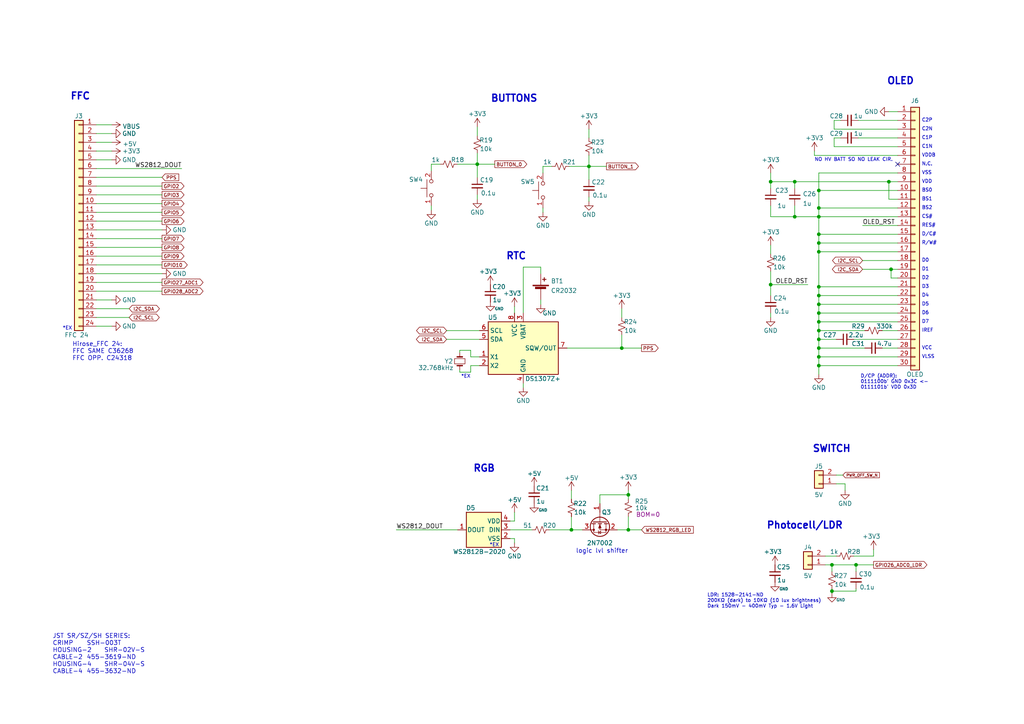
<source format=kicad_sch>
(kicad_sch (version 20211123) (generator eeschema)
  (paper "A4")
  (title_block (title "CONNS & PERIPHERALS"))
  (lib_symbols
    (symbol "Connector_Generic:Conn_01x02" (pin_names (offset 1.016) hide)
      (property "Reference" "J" (at 0 2.54 0))
      (property "Value" "Conn_01x02" (at 0 -5.08 0))
      (symbol "Conn_01x02_1_1"
        (rectangle (start -1.27 -2.413) (end 0 -2.667) (stroke (width 0.1524)))
        (rectangle (start -1.27 0.127) (end 0 -0.127) (stroke (width 0.1524)))
        (rectangle (start -1.27 1.27) (end 1.27 -3.81) (stroke (width 0.254)) (fill (type background)))
        (pin passive line (at -5.08 0 0) (length 3.81) (name "Pin_1") (number "1"))
        (pin passive line (at -5.08 -2.54 0) (length 3.81) (name "Pin_2") (number "2"))
      )
    )
    (symbol "Connector_Generic:Conn_01x24" (pin_names (offset 1.016) hide)
      (property "Reference" "J" (at 0 30.48 0))
      (property "Value" "Conn_01x24" (at 0 -33.02 0))
      (symbol "Conn_01x24_1_1"
        (rectangle (start -1.27 -30.353) (end 0 -30.607) (stroke (width 0.1524)))
        (rectangle (start -1.27 -27.813) (end 0 -28.067) (stroke (width 0.1524)))
        (rectangle (start -1.27 -25.273) (end 0 -25.527) (stroke (width 0.1524)))
        (rectangle (start -1.27 -22.733) (end 0 -22.987) (stroke (width 0.1524)))
        (rectangle (start -1.27 -20.193) (end 0 -20.447) (stroke (width 0.1524)))
        (rectangle (start -1.27 -17.653) (end 0 -17.907) (stroke (width 0.1524)))
        (rectangle (start -1.27 -15.113) (end 0 -15.367) (stroke (width 0.1524)))
        (rectangle (start -1.27 -12.573) (end 0 -12.827) (stroke (width 0.1524)))
        (rectangle (start -1.27 -10.033) (end 0 -10.287) (stroke (width 0.1524)))
        (rectangle (start -1.27 -7.493) (end 0 -7.747) (stroke (width 0.1524)))
        (rectangle (start -1.27 -4.953) (end 0 -5.207) (stroke (width 0.1524)))
        (rectangle (start -1.27 -2.413) (end 0 -2.667) (stroke (width 0.1524)))
        (rectangle (start -1.27 0.127) (end 0 -0.127) (stroke (width 0.1524)))
        (rectangle (start -1.27 2.667) (end 0 2.413) (stroke (width 0.1524)))
        (rectangle (start -1.27 5.207) (end 0 4.953) (stroke (width 0.1524)))
        (rectangle (start -1.27 7.747) (end 0 7.493) (stroke (width 0.1524)))
        (rectangle (start -1.27 10.287) (end 0 10.033) (stroke (width 0.1524)))
        (rectangle (start -1.27 12.827) (end 0 12.573) (stroke (width 0.1524)))
        (rectangle (start -1.27 15.367) (end 0 15.113) (stroke (width 0.1524)))
        (rectangle (start -1.27 17.907) (end 0 17.653) (stroke (width 0.1524)))
        (rectangle (start -1.27 20.447) (end 0 20.193) (stroke (width 0.1524)))
        (rectangle (start -1.27 22.987) (end 0 22.733) (stroke (width 0.1524)))
        (rectangle (start -1.27 25.527) (end 0 25.273) (stroke (width 0.1524)))
        (rectangle (start -1.27 28.067) (end 0 27.813) (stroke (width 0.1524)))
        (rectangle (start -1.27 29.21) (end 1.27 -31.75) (stroke (width 0.254)) (fill (type background)))
        (pin passive line (at -5.08 27.94 0) (length 3.81) (name "Pin_1") (number "1"))
        (pin passive line (at -5.08 5.08 0) (length 3.81) (name "Pin_10") (number "10"))
        (pin passive line (at -5.08 2.54 0) (length 3.81) (name "Pin_11") (number "11"))
        (pin passive line (at -5.08 0 0) (length 3.81) (name "Pin_12") (number "12"))
        (pin passive line (at -5.08 -2.54 0) (length 3.81) (name "Pin_13") (number "13"))
        (pin passive line (at -5.08 -5.08 0) (length 3.81) (name "Pin_14") (number "14"))
        (pin passive line (at -5.08 -7.62 0) (length 3.81) (name "Pin_15") (number "15"))
        (pin passive line (at -5.08 -10.16 0) (length 3.81) (name "Pin_16") (number "16"))
        (pin passive line (at -5.08 -12.7 0) (length 3.81) (name "Pin_17") (number "17"))
        (pin passive line (at -5.08 -15.24 0) (length 3.81) (name "Pin_18") (number "18"))
        (pin passive line (at -5.08 -17.78 0) (length 3.81) (name "Pin_19") (number "19"))
        (pin passive line (at -5.08 25.4 0) (length 3.81) (name "Pin_2") (number "2"))
        (pin passive line (at -5.08 -20.32 0) (length 3.81) (name "Pin_20") (number "20"))
        (pin passive line (at -5.08 -22.86 0) (length 3.81) (name "Pin_21") (number "21"))
        (pin passive line (at -5.08 -25.4 0) (length 3.81) (name "Pin_22") (number "22"))
        (pin passive line (at -5.08 -27.94 0) (length 3.81) (name "Pin_23") (number "23"))
        (pin passive line (at -5.08 -30.48 0) (length 3.81) (name "Pin_24") (number "24"))
        (pin passive line (at -5.08 22.86 0) (length 3.81) (name "Pin_3") (number "3"))
        (pin passive line (at -5.08 20.32 0) (length 3.81) (name "Pin_4") (number "4"))
        (pin passive line (at -5.08 17.78 0) (length 3.81) (name "Pin_5") (number "5"))
        (pin passive line (at -5.08 15.24 0) (length 3.81) (name "Pin_6") (number "6"))
        (pin passive line (at -5.08 12.7 0) (length 3.81) (name "Pin_7") (number "7"))
        (pin passive line (at -5.08 10.16 0) (length 3.81) (name "Pin_8") (number "8"))
        (pin passive line (at -5.08 7.62 0) (length 3.81) (name "Pin_9") (number "9"))
      )
    )
    (symbol "Connector_Generic:Conn_01x30" (pin_names (offset 1.016) hide)
      (property "Reference" "J" (at 0 38.1 0))
      (property "Value" "Conn_01x30" (at 0 -40.64 0))
      (symbol "Conn_01x30_1_1"
        (rectangle (start -1.27 -37.973) (end 0 -38.227) (stroke (width 0.1524)))
        (rectangle (start -1.27 -35.433) (end 0 -35.687) (stroke (width 0.1524)))
        (rectangle (start -1.27 -32.893) (end 0 -33.147) (stroke (width 0.1524)))
        (rectangle (start -1.27 -30.353) (end 0 -30.607) (stroke (width 0.1524)))
        (rectangle (start -1.27 -27.813) (end 0 -28.067) (stroke (width 0.1524)))
        (rectangle (start -1.27 -25.273) (end 0 -25.527) (stroke (width 0.1524)))
        (rectangle (start -1.27 -22.733) (end 0 -22.987) (stroke (width 0.1524)))
        (rectangle (start -1.27 -20.193) (end 0 -20.447) (stroke (width 0.1524)))
        (rectangle (start -1.27 -17.653) (end 0 -17.907) (stroke (width 0.1524)))
        (rectangle (start -1.27 -15.113) (end 0 -15.367) (stroke (width 0.1524)))
        (rectangle (start -1.27 -12.573) (end 0 -12.827) (stroke (width 0.1524)))
        (rectangle (start -1.27 -10.033) (end 0 -10.287) (stroke (width 0.1524)))
        (rectangle (start -1.27 -7.493) (end 0 -7.747) (stroke (width 0.1524)))
        (rectangle (start -1.27 -4.953) (end 0 -5.207) (stroke (width 0.1524)))
        (rectangle (start -1.27 -2.413) (end 0 -2.667) (stroke (width 0.1524)))
        (rectangle (start -1.27 0.127) (end 0 -0.127) (stroke (width 0.1524)))
        (rectangle (start -1.27 2.667) (end 0 2.413) (stroke (width 0.1524)))
        (rectangle (start -1.27 5.207) (end 0 4.953) (stroke (width 0.1524)))
        (rectangle (start -1.27 7.747) (end 0 7.493) (stroke (width 0.1524)))
        (rectangle (start -1.27 10.287) (end 0 10.033) (stroke (width 0.1524)))
        (rectangle (start -1.27 12.827) (end 0 12.573) (stroke (width 0.1524)))
        (rectangle (start -1.27 15.367) (end 0 15.113) (stroke (width 0.1524)))
        (rectangle (start -1.27 17.907) (end 0 17.653) (stroke (width 0.1524)))
        (rectangle (start -1.27 20.447) (end 0 20.193) (stroke (width 0.1524)))
        (rectangle (start -1.27 22.987) (end 0 22.733) (stroke (width 0.1524)))
        (rectangle (start -1.27 25.527) (end 0 25.273) (stroke (width 0.1524)))
        (rectangle (start -1.27 28.067) (end 0 27.813) (stroke (width 0.1524)))
        (rectangle (start -1.27 30.607) (end 0 30.353) (stroke (width 0.1524)))
        (rectangle (start -1.27 33.147) (end 0 32.893) (stroke (width 0.1524)))
        (rectangle (start -1.27 35.687) (end 0 35.433) (stroke (width 0.1524)))
        (rectangle (start -1.27 36.83) (end 1.27 -39.37) (stroke (width 0.254)) (fill (type background)))
        (pin passive line (at -5.08 35.56 0) (length 3.81) (name "Pin_1") (number "1"))
        (pin passive line (at -5.08 12.7 0) (length 3.81) (name "Pin_10") (number "10"))
        (pin passive line (at -5.08 10.16 0) (length 3.81) (name "Pin_11") (number "11"))
        (pin passive line (at -5.08 7.62 0) (length 3.81) (name "Pin_12") (number "12"))
        (pin passive line (at -5.08 5.08 0) (length 3.81) (name "Pin_13") (number "13"))
        (pin passive line (at -5.08 2.54 0) (length 3.81) (name "Pin_14") (number "14"))
        (pin passive line (at -5.08 0 0) (length 3.81) (name "Pin_15") (number "15"))
        (pin passive line (at -5.08 -2.54 0) (length 3.81) (name "Pin_16") (number "16"))
        (pin passive line (at -5.08 -5.08 0) (length 3.81) (name "Pin_17") (number "17"))
        (pin passive line (at -5.08 -7.62 0) (length 3.81) (name "Pin_18") (number "18"))
        (pin passive line (at -5.08 -10.16 0) (length 3.81) (name "Pin_19") (number "19"))
        (pin passive line (at -5.08 33.02 0) (length 3.81) (name "Pin_2") (number "2"))
        (pin passive line (at -5.08 -12.7 0) (length 3.81) (name "Pin_20") (number "20"))
        (pin passive line (at -5.08 -15.24 0) (length 3.81) (name "Pin_21") (number "21"))
        (pin passive line (at -5.08 -17.78 0) (length 3.81) (name "Pin_22") (number "22"))
        (pin passive line (at -5.08 -20.32 0) (length 3.81) (name "Pin_23") (number "23"))
        (pin passive line (at -5.08 -22.86 0) (length 3.81) (name "Pin_24") (number "24"))
        (pin passive line (at -5.08 -25.4 0) (length 3.81) (name "Pin_25") (number "25"))
        (pin passive line (at -5.08 -27.94 0) (length 3.81) (name "Pin_26") (number "26"))
        (pin passive line (at -5.08 -30.48 0) (length 3.81) (name "Pin_27") (number "27"))
        (pin passive line (at -5.08 -33.02 0) (length 3.81) (name "Pin_28") (number "28"))
        (pin passive line (at -5.08 -35.56 0) (length 3.81) (name "Pin_29") (number "29"))
        (pin passive line (at -5.08 30.48 0) (length 3.81) (name "Pin_3") (number "3"))
        (pin passive line (at -5.08 -38.1 0) (length 3.81) (name "Pin_30") (number "30"))
        (pin passive line (at -5.08 27.94 0) (length 3.81) (name "Pin_4") (number "4"))
        (pin passive line (at -5.08 25.4 0) (length 3.81) (name "Pin_5") (number "5"))
        (pin passive line (at -5.08 22.86 0) (length 3.81) (name "Pin_6") (number "6"))
        (pin passive line (at -5.08 20.32 0) (length 3.81) (name "Pin_7") (number "7"))
        (pin passive line (at -5.08 17.78 0) (length 3.81) (name "Pin_8") (number "8"))
        (pin passive line (at -5.08 15.24 0) (length 3.81) (name "Pin_9") (number "9"))
      )
    )
    (symbol "Device:Battery_Cell" (pin_numbers hide) (pin_names (offset 0) hide)
      (property "Reference" "BT" (at 2.54 2.54 0))
      (property "Value" "Battery_Cell" (at 2.54 0 0))
      (symbol "Battery_Cell_0_1"
        (rectangle (start -2.286 1.778) (end 2.286 1.524) (fill (type outline)))
        (rectangle (start -1.5748 1.1938) (end 1.4732 0.6858) (fill (type outline)))
        (polyline (pts (xy 0 0.762) (xy 0 0)))
        (polyline (pts (xy 0 1.778) (xy 0 2.54)))
        (polyline (pts (xy 0.508 3.429) (xy 1.524 3.429)) (stroke (width 0.254)))
        (polyline (pts (xy 1.016 3.937) (xy 1.016 2.921)) (stroke (width 0.254)))
      )
      (symbol "Battery_Cell_1_1"
        (pin passive line (at 0 5.08 270) (length 2.54) (name "+") (number "1"))
        (pin passive line (at 0 -2.54 90) (length 2.54) (name "-") (number "2"))
      )
    )
    (symbol "Device:C_Small" (pin_numbers hide) (pin_names (offset 0.254) hide)
      (property "Reference" "C" (at 0.254 1.778 0))
      (property "Value" "C_Small" (at 0.254 -2.032 0))
      (symbol "C_Small_0_1"
        (polyline (pts (xy -1.524 -0.508) (xy 1.524 -0.508)) (stroke (width 0.3302)))
        (polyline (pts (xy -1.524 0.508) (xy 1.524 0.508)) (stroke (width 0.3048)))
      )
      (symbol "C_Small_1_1"
        (pin passive line (at 0 2.54 270) (length 2.032) (name "~") (number "1"))
        (pin passive line (at 0 -2.54 90) (length 2.032) (name "~") (number "2"))
      )
    )
    (symbol "Device:Crystal_Small" (pin_numbers hide) (pin_names (offset 1.016) hide)
      (property "Reference" "Y" (at 0 2.54 0))
      (property "Value" "Crystal_Small" (at 0 -2.54 0))
      (symbol "Crystal_Small_0_1"
        (rectangle (start -0.762 -1.524) (end 0.762 1.524))
        (polyline (pts (xy -1.27 -0.762) (xy -1.27 0.762)) (stroke (width 0.381)))
        (polyline (pts (xy 1.27 -0.762) (xy 1.27 0.762)) (stroke (width 0.381)))
      )
      (symbol "Crystal_Small_1_1"
        (pin passive line (at -2.54 0 0) (length 1.27) (name "1") (number "1"))
        (pin passive line (at 2.54 0 180) (length 1.27) (name "2") (number "2"))
      )
    )
    (symbol "Device:R_Small_US" (pin_numbers hide) (pin_names (offset 0.254) hide)
      (property "Reference" "R" (at 0.762 0.508 0))
      (property "Value" "R_Small_US" (at 0.762 -1.016 0))
      (symbol "R_Small_US_1_1"
        (polyline (pts (xy 0 0) (xy 1.016 -0.381) (xy 0 -0.762) (xy -1.016 -1.143) (xy 0 -1.524)))
        (polyline (pts (xy 0 1.524) (xy 1.016 1.143) (xy 0 0.762) (xy -1.016 0.381) (xy 0 0)))
        (pin passive line (at 0 2.54 270) (length 1.016) (name "~") (number "1"))
        (pin passive line (at 0 -2.54 90) (length 1.016) (name "~") (number "2"))
      )
    )
    (symbol "LED_Extra:WS2812B-2020" (pin_names (offset 0.254))
      (property "Reference" "D" (at 5.08 5.715 0))
      (property "Value" "WS2812B-2020" (at 1.27 -5.715 0))
      (symbol "WS2812B-2020_0_1"
        (rectangle (start -5.08 5.08) (end 5.08 -5.08) (stroke (width 0.254)) (fill (type background)))
      )
      (symbol "WS2812B-2020_1_1"
        (pin output line (at 7.62 0 180) (length 2.54) (name "DOUT") (number "1"))
        (pin power_in line (at -7.62 -2.54 0) (length 2.54) (name "VSS") (number "2"))
        (pin input line (at -7.62 0 0) (length 2.54) (name "DIN") (number "3"))
        (pin power_in line (at -7.62 2.54 0) (length 2.54) (name "VDD") (number "4"))
      )
    )
    (symbol "Switch:SW_Push" (pin_names (offset 1.016) hide)
      (property "Reference" "SW" (at 1.27 2.54 0))
      (property "Value" "SW_Push" (at 0 -1.524 0))
      (symbol "SW_Push_0_1"
        (circle (center -2.032 0) (radius 0.508))
        (polyline (pts (xy 0 1.27) (xy 0 3.048)))
        (polyline (pts (xy 2.54 1.27) (xy -2.54 1.27)))
        (circle (center 2.032 0) (radius 0.508))
        (pin passive line (at -5.08 0 0) (length 2.54) (name "1") (number "1"))
        (pin passive line (at 5.08 0 180) (length 2.54) (name "2") (number "2"))
      )
    )
    (symbol "Timer_RTC:DS1307Z+"
      (property "Reference" "U" (at -8.89 8.89 0))
      (property "Value" "DS1307Z+" (at 1.27 8.89 0))
      (symbol "DS1307Z+_0_1"
        (rectangle (start -10.16 7.62) (end 10.16 -7.62) (stroke (width 0.254)) (fill (type background)))
      )
      (symbol "DS1307Z+_1_1"
        (pin input line (at -12.7 -2.54 0) (length 2.54) (name "X1") (number "1"))
        (pin input line (at -12.7 -5.08 0) (length 2.54) (name "X2") (number "2"))
        (pin power_in line (at 0 10.16 270) (length 2.54) (name "VBAT") (number "3"))
        (pin power_in line (at 0 -10.16 90) (length 2.54) (name "GND") (number "4"))
        (pin bidirectional line (at -12.7 2.54 0) (length 2.54) (name "SDA") (number "5"))
        (pin input line (at -12.7 5.08 0) (length 2.54) (name "SCL") (number "6"))
        (pin open_collector line (at 12.7 0 180) (length 2.54) (name "SQW/OUT") (number "7"))
        (pin power_in line (at -2.54 10.16 270) (length 2.54) (name "VCC") (number "8"))
      )
    )
    (symbol "Transistor_FET:2N7002" (pin_names hide)
      (property "Reference" "Q" (at 5.08 1.905 0))
      (property "Value" "2N7002" (at 5.08 0 0))
      (symbol "2N7002_0_1"
        (polyline (pts (xy 0.254 0) (xy -2.54 0)))
        (polyline (pts (xy 0.254 1.905) (xy 0.254 -1.905)) (stroke (width 0.254)))
        (polyline (pts (xy 0.762 -1.27) (xy 0.762 -2.286)) (stroke (width 0.254)))
        (polyline (pts (xy 0.762 0.508) (xy 0.762 -0.508)) (stroke (width 0.254)))
        (polyline (pts (xy 0.762 2.286) (xy 0.762 1.27)) (stroke (width 0.254)))
        (polyline (pts (xy 2.54 2.54) (xy 2.54 1.778)))
        (polyline (pts (xy 2.54 -2.54) (xy 2.54 0) (xy 0.762 0)))
        (polyline (pts (xy 0.762 -1.778) (xy 3.302 -1.778) (xy 3.302 1.778) (xy 0.762 1.778)))
        (polyline (pts (xy 1.016 0) (xy 2.032 0.381) (xy 2.032 -0.381) (xy 1.016 0)) (fill (type outline)))
        (polyline (pts (xy 2.794 0.508) (xy 2.921 0.381) (xy 3.683 0.381) (xy 3.81 0.254)))
        (polyline (pts (xy 3.302 0.381) (xy 2.921 -0.254) (xy 3.683 -0.254) (xy 3.302 0.381)))
        (circle (center 1.651 0) (radius 2.794) (stroke (width 0.254)))
        (circle (center 2.54 -1.778) (radius 0.254) (fill (type outline)))
        (circle (center 2.54 1.778) (radius 0.254) (fill (type outline)))
      )
      (symbol "2N7002_1_1"
        (pin input line (at -5.08 0 0) (length 2.54) (name "G") (number "1"))
        (pin passive line (at 2.54 -5.08 90) (length 2.54) (name "S") (number "2"))
        (pin passive line (at 2.54 5.08 270) (length 2.54) (name "D") (number "3"))
      )
    )
    (symbol "power:+3V3" (power) (pin_names (offset 0))
      (property "Value" "+3V3" (at 0 3.556 0))
      (symbol "+3V3_0_1"
        (polyline (pts (xy -0.762 1.27) (xy 0 2.54)))
        (polyline (pts (xy 0 0) (xy 0 2.54)))
        (polyline (pts (xy 0 2.54) (xy 0.762 1.27)))
      )
      (symbol "+3V3_1_1"
        (pin power_in line (at 0 0 90) (length 0) hide (name "+3V3") (number "1"))
      )
    )
    (symbol "power:+5V" (power) (pin_names (offset 0))
      (property "Value" "+5V" (at 0 3.556 0))
      (symbol "+5V_0_1"
        (polyline (pts (xy -0.762 1.27) (xy 0 2.54)))
        (polyline (pts (xy 0 0) (xy 0 2.54)))
        (polyline (pts (xy 0 2.54) (xy 0.762 1.27)))
      )
      (symbol "+5V_1_1"
        (pin power_in line (at 0 0 90) (length 0) hide (name "+5V") (number "1"))
      )
    )
    (symbol "power:GND" (power) (pin_names (offset 0))
      (property "Value" "GND" (at 0 -3.81 0))
      (symbol "GND_0_1"
        (polyline (pts (xy 0 0) (xy 0 -1.27) (xy 1.27 -1.27) (xy 0 -2.54) (xy -1.27 -1.27) (xy 0 -1.27)))
      )
      (symbol "GND_1_1"
        (pin power_in line (at 0 0 270) (length 0) hide (name "GND") (number "1"))
      )
    )
    (symbol "power:VBUS" (power) (pin_names (offset 0))
      (property "Value" "VBUS" (at 0 3.81 0))
      (symbol "VBUS_0_1"
        (polyline (pts (xy -0.762 1.27) (xy 0 2.54)))
        (polyline (pts (xy 0 0) (xy 0 2.54)))
        (polyline (pts (xy 0 2.54) (xy 0.762 1.27)))
      )
      (symbol "VBUS_1_1"
        (pin power_in line (at 0 0 90) (length 0) hide (name "VBUS") (number "1"))
      )
    )
  )
  (junction (at 237.49 103.505))
  (junction (at 237.49 98.425))
  (junction (at 237.49 90.805))
  (junction (at 248.285 163.83))
  (junction (at 223.52 52.705))
  (junction (at 182.245 143.51))
  (junction (at 237.49 95.885))
  (junction (at 237.49 73.025))
  (junction (at 257.81 52.705))
  (junction (at 165.735 153.67))
  (junction (at 237.49 62.865))
  (junction (at 230.505 52.705))
  (junction (at 237.49 100.965))
  (junction (at 237.49 93.345))
  (junction (at 237.49 60.325))
  (junction (at 237.49 83.185))
  (junction (at 241.3 163.83))
  (junction (at 237.49 88.265))
  (junction (at 180.34 100.965))
  (junction (at 237.49 55.245))
  (junction (at 237.49 67.945))
  (junction (at 237.49 85.725))
  (junction (at 258.445 78.105))
  (junction (at 237.49 106.045))
  (junction (at 241.3 171.45))
  (junction (at 223.52 82.55))
  (junction (at 237.49 70.485))
  (junction (at 138.43 47.625))
  (junction (at 170.815 48.26))
  (junction (at 182.245 153.67))
  (junction (at 230.505 62.865))
  (no_connect (at 260.35 47.625))
  (wire (pts (xy 132.715 153.67) (xy 114.935 153.67)))
  (wire (pts (xy 257.81 32.385) (xy 260.35 32.385)))
  (wire (pts (xy 237.49 70.485) (xy 260.35 70.485)))
  (wire (pts (xy 27.94 76.835) (xy 46.99 76.835)))
  (wire (pts (xy 223.52 50.165) (xy 223.52 52.705)))
  (wire (pts (xy 132.715 47.625) (xy 138.43 47.625)))
  (wire (pts (xy 27.94 79.375) (xy 46.99 79.375)))
  (wire (pts (xy 237.49 106.045) (xy 260.35 106.045)))
  (wire (pts (xy 27.94 84.455) (xy 46.99 84.455)))
  (wire (pts (xy 165.735 149.86) (xy 165.735 153.67)))
  (wire (pts (xy 170.815 45.085) (xy 170.815 48.26)))
  (wire (pts (xy 250.19 75.565) (xy 260.35 75.565)))
  (wire (pts (xy 237.49 93.345) (xy 260.35 93.345)))
  (wire (pts (xy 151.765 90.805) (xy 151.765 77.47)))
  (wire (pts (xy 237.49 60.325) (xy 237.49 62.865)))
  (wire (pts (xy 223.52 52.705) (xy 223.52 54.61)))
  (wire (pts (xy 247.65 98.425) (xy 260.35 98.425)))
  (wire (pts (xy 157.48 50.165) (xy 157.48 48.26)))
  (wire (pts (xy 27.94 56.515) (xy 46.99 56.515)))
  (wire (pts (xy 257.81 52.705) (xy 260.35 52.705)))
  (wire (pts (xy 37.465 89.535) (xy 27.94 89.535)))
  (wire (pts (xy 237.49 90.805) (xy 260.35 90.805)))
  (wire (pts (xy 32.385 86.995) (xy 27.94 86.995)))
  (wire (pts (xy 237.49 106.045) (xy 237.49 108.585)))
  (wire (pts (xy 260.35 57.785) (xy 257.81 57.785)))
  (wire (pts (xy 230.505 52.705) (xy 230.505 54.61)))
  (wire (pts (xy 237.49 55.245) (xy 237.49 60.325)))
  (wire (pts (xy 180.34 100.965) (xy 186.055 100.965)))
  (wire (pts (xy 147.955 153.67) (xy 154.305 153.67)))
  (wire (pts (xy 250.19 78.105) (xy 258.445 78.105)))
  (wire (pts (xy 237.49 83.185) (xy 260.35 83.185)))
  (wire (pts (xy 27.94 71.755) (xy 46.99 71.755)))
  (wire (pts (xy 27.94 48.895) (xy 52.705 48.895)))
  (wire (pts (xy 149.225 148.59) (xy 149.225 151.13)))
  (wire (pts (xy 237.49 88.265) (xy 237.49 90.805)))
  (wire (pts (xy 168.91 153.67) (xy 165.735 153.67)))
  (wire (pts (xy 165.735 142.24) (xy 165.735 144.78)))
  (wire (pts (xy 241.935 37.465) (xy 241.935 34.925)))
  (wire (pts (xy 32.385 36.195) (xy 27.94 36.195)))
  (wire (pts (xy 170.815 48.26) (xy 170.815 52.07)))
  (wire (pts (xy 125.095 60.96) (xy 125.095 59.69)))
  (wire (pts (xy 37.465 92.075) (xy 27.94 92.075)))
  (wire (pts (xy 138.43 36.83) (xy 138.43 39.37)))
  (wire (pts (xy 237.49 95.885) (xy 237.49 98.425)))
  (wire (pts (xy 255.905 100.965) (xy 260.35 100.965)))
  (wire (pts (xy 164.465 100.965) (xy 180.34 100.965)))
  (wire (pts (xy 237.49 95.885) (xy 250.825 95.885)))
  (wire (pts (xy 133.35 101.6) (xy 136.525 101.6)))
  (wire (pts (xy 241.3 163.83) (xy 248.285 163.83)))
  (wire (pts (xy 241.3 170.815) (xy 241.3 171.45)))
  (wire (pts (xy 230.505 52.705) (xy 223.52 52.705)))
  (wire (pts (xy 147.955 151.13) (xy 149.225 151.13)))
  (wire (pts (xy 258.445 80.645) (xy 260.35 80.645)))
  (wire (pts (xy 237.49 90.805) (xy 237.49 93.345)))
  (wire (pts (xy 237.49 67.945) (xy 237.49 70.485)))
  (wire (pts (xy 223.52 78.74) (xy 223.52 82.55)))
  (wire (pts (xy 239.395 163.83) (xy 241.3 163.83)))
  (wire (pts (xy 237.49 67.945) (xy 260.35 67.945)))
  (wire (pts (xy 241.3 163.83) (xy 241.3 165.735)))
  (wire (pts (xy 139.065 106.045) (xy 136.525 106.045)))
  (wire (pts (xy 237.49 70.485) (xy 237.49 73.025)))
  (wire (pts (xy 182.245 142.24) (xy 182.245 143.51)))
  (wire (pts (xy 223.52 59.69) (xy 223.52 62.865)))
  (wire (pts (xy 237.49 103.505) (xy 237.49 106.045)))
  (wire (pts (xy 241.935 40.005) (xy 243.84 40.005)))
  (wire (pts (xy 248.285 163.83) (xy 248.285 165.735)))
  (wire (pts (xy 230.505 59.69) (xy 230.505 62.865)))
  (wire (pts (xy 27.94 81.915) (xy 46.99 81.915)))
  (wire (pts (xy 242.57 140.335) (xy 245.11 140.335)))
  (wire (pts (xy 230.505 52.705) (xy 257.81 52.705)))
  (wire (pts (xy 257.81 57.785) (xy 257.81 52.705)))
  (wire (pts (xy 223.52 62.865) (xy 230.505 62.865)))
  (wire (pts (xy 27.94 66.675) (xy 46.99 66.675)))
  (wire (pts (xy 223.52 82.55) (xy 234.315 82.55)))
  (wire (pts (xy 260.35 37.465) (xy 241.935 37.465)))
  (wire (pts (xy 237.49 100.965) (xy 250.825 100.965)))
  (wire (pts (xy 173.99 146.05) (xy 173.99 143.51)))
  (wire (pts (xy 236.22 45.085) (xy 260.35 45.085)))
  (wire (pts (xy 170.815 57.15) (xy 170.815 58.42)))
  (wire (pts (xy 27.94 53.975) (xy 46.99 53.975)))
  (wire (pts (xy 136.525 101.6) (xy 136.525 103.505)))
  (wire (pts (xy 165.735 153.67) (xy 159.385 153.67)))
  (wire (pts (xy 170.815 48.26) (xy 175.895 48.26)))
  (wire (pts (xy 27.94 69.215) (xy 46.99 69.215)))
  (wire (pts (xy 27.94 51.435) (xy 46.99 51.435)))
  (wire (pts (xy 173.99 143.51) (xy 182.245 143.51)))
  (wire (pts (xy 156.845 88.265) (xy 156.845 86.995)))
  (wire (pts (xy 241.3 171.45) (xy 241.3 172.085)))
  (wire (pts (xy 133.35 102.235) (xy 133.35 101.6)))
  (wire (pts (xy 241.935 42.545) (xy 241.935 40.005)))
  (wire (pts (xy 129.54 98.425) (xy 139.065 98.425)))
  (wire (pts (xy 237.49 85.725) (xy 237.49 88.265)))
  (wire (pts (xy 157.48 61.595) (xy 157.48 60.325)))
  (wire (pts (xy 237.49 55.245) (xy 260.35 55.245)))
  (wire (pts (xy 253.365 159.385) (xy 253.365 161.29)))
  (wire (pts (xy 136.525 107.95) (xy 133.35 107.95)))
  (wire (pts (xy 149.225 156.21) (xy 149.225 157.48)))
  (wire (pts (xy 147.955 156.21) (xy 149.225 156.21)))
  (wire (pts (xy 27.94 74.295) (xy 46.99 74.295)))
  (wire (pts (xy 151.765 112.395) (xy 151.765 111.125)))
  (wire (pts (xy 165.1 48.26) (xy 170.815 48.26)))
  (wire (pts (xy 237.49 83.185) (xy 237.49 85.725)))
  (wire (pts (xy 27.94 46.355) (xy 32.385 46.355)))
  (wire (pts (xy 133.35 107.95) (xy 133.35 107.315)))
  (wire (pts (xy 260.35 50.165) (xy 237.49 50.165)))
  (wire (pts (xy 248.285 163.83) (xy 253.365 163.83)))
  (wire (pts (xy 237.49 88.265) (xy 260.35 88.265)))
  (wire (pts (xy 241.3 171.45) (xy 248.285 171.45)))
  (wire (pts (xy 32.385 43.815) (xy 27.94 43.815)))
  (wire (pts (xy 250.19 65.405) (xy 260.35 65.405)))
  (wire (pts (xy 258.445 78.105) (xy 260.35 78.105)))
  (wire (pts (xy 32.385 41.275) (xy 27.94 41.275)))
  (wire (pts (xy 180.34 97.155) (xy 180.34 100.965)))
  (wire (pts (xy 248.92 34.925) (xy 260.35 34.925)))
  (wire (pts (xy 247.65 161.29) (xy 253.365 161.29)))
  (wire (pts (xy 182.245 153.67) (xy 179.07 153.67)))
  (wire (pts (xy 136.525 103.505) (xy 139.065 103.505)))
  (wire (pts (xy 182.245 149.86) (xy 182.245 153.67)))
  (wire (pts (xy 255.905 95.885) (xy 260.35 95.885)))
  (wire (pts (xy 244.475 137.795) (xy 242.57 137.795)))
  (wire (pts (xy 237.49 100.965) (xy 237.49 103.505)))
  (wire (pts (xy 149.225 88.9) (xy 149.225 90.805)))
  (wire (pts (xy 237.49 98.425) (xy 237.49 100.965)))
  (wire (pts (xy 223.52 82.55) (xy 223.52 85.725)))
  (wire (pts (xy 237.49 62.865) (xy 260.35 62.865)))
  (wire (pts (xy 237.49 98.425) (xy 242.57 98.425)))
  (wire (pts (xy 237.49 62.865) (xy 237.49 67.945)))
  (wire (pts (xy 27.94 61.595) (xy 46.99 61.595)))
  (wire (pts (xy 248.285 170.815) (xy 248.285 171.45)))
  (wire (pts (xy 129.54 95.885) (xy 139.065 95.885)))
  (wire (pts (xy 136.525 106.045) (xy 136.525 107.95)))
  (wire (pts (xy 239.395 161.29) (xy 242.57 161.29)))
  (wire (pts (xy 236.22 43.815) (xy 236.22 45.085)))
  (wire (pts (xy 245.11 140.335) (xy 245.11 142.24)))
  (wire (pts (xy 223.52 71.12) (xy 223.52 73.66)))
  (wire (pts (xy 237.49 93.345) (xy 237.49 95.885)))
  (wire (pts (xy 157.48 48.26) (xy 160.02 48.26)))
  (wire (pts (xy 230.505 62.865) (xy 237.49 62.865)))
  (wire (pts (xy 32.385 38.735) (xy 27.94 38.735)))
  (wire (pts (xy 138.43 47.625) (xy 138.43 51.435)))
  (wire (pts (xy 138.43 56.515) (xy 138.43 57.785)))
  (wire (pts (xy 125.095 49.53) (xy 125.095 47.625)))
  (wire (pts (xy 237.49 85.725) (xy 260.35 85.725)))
  (wire (pts (xy 237.49 73.025) (xy 260.35 73.025)))
  (wire (pts (xy 125.095 47.625) (xy 127.635 47.625)))
  (wire (pts (xy 260.35 42.545) (xy 241.935 42.545)))
  (wire (pts (xy 27.94 59.055) (xy 46.99 59.055)))
  (wire (pts (xy 180.34 89.535) (xy 180.34 92.075)))
  (wire (pts (xy 151.765 77.47) (xy 156.845 77.47)))
  (wire (pts (xy 182.245 143.51) (xy 182.245 144.78)))
  (wire (pts (xy 27.94 64.135) (xy 46.99 64.135)))
  (wire (pts (xy 237.49 60.325) (xy 260.35 60.325)))
  (wire (pts (xy 237.49 103.505) (xy 260.35 103.505)))
  (wire (pts (xy 248.92 40.005) (xy 260.35 40.005)))
  (wire (pts (xy 237.49 50.165) (xy 237.49 55.245)))
  (wire (pts (xy 186.055 153.67) (xy 182.245 153.67)))
  (wire (pts (xy 138.43 47.625) (xy 143.51 47.625)))
  (wire (pts (xy 138.43 44.45) (xy 138.43 47.625)))
  (wire (pts (xy 156.845 77.47) (xy 156.845 79.375)))
  (wire (pts (xy 237.49 73.025) (xy 237.49 83.185)))
  (wire (pts (xy 27.94 94.615) (xy 32.385 94.615)))
  (wire (pts (xy 170.815 37.465) (xy 170.815 40.005)))
  (wire (pts (xy 223.52 90.805) (xy 223.52 92.075)))
  (wire (pts (xy 241.935 34.925) (xy 243.84 34.925)))
  (wire (pts (xy 258.445 80.645) (xy 258.445 78.105)))
  (text "VCC" (at 267.335 101.6 0) (effects (font (size 1 1)) (justify left bottom)))
  (text "BS2" (at 267.335 60.96 0) (effects (font (size 1 1)) (justify left bottom)))
  (text "OLED" (at 257.175 24.765 0) (effects (font (size 2 2) (thickness 0.4) bold) (justify left bottom)))
  (text "*EX" (at 136.525 109.855 180) (effects (font (size 1 1)) (justify right bottom)))
  (text "SWITCH" (at 235.585 131.445 0) (effects (font (size 2 2) (thickness 0.4) bold) (justify left bottom)))
  (text "RES#" (at 267.335 66.04 0) (effects (font (size 1 1)) (justify left bottom)))
  (text "D6" (at 267.335 91.44 0) (effects (font (size 1 1)) (justify left bottom)))
  (text "R/W#" (at 267.335 71.12 0) (effects (font (size 1 1)) (justify left bottom)))
  (text "C1N" (at 267.335 43.18 0) (effects (font (size 1 1)) (justify left bottom)))
  (text "D2" (at 267.335 81.28 0) (effects (font (size 1 1)) (justify left bottom)))
  (text "*EX" (at 20.955 95.885 180) (effects (font (size 1 1)) (justify right bottom)))
  (text "CS#" (at 267.335 63.5 0) (effects (font (size 1 1)) (justify left bottom)))
  (text "Photocell/LDR\n" (at 222.25 153.67 0) (effects (font (size 2 2) (thickness 0.4) bold) (justify left bottom)))
  (text "NO HV BATT SO NO LEAK CIR." (at 236.22 46.99 0) (effects (font (size 1 1)) (justify left bottom)))
  (text "logic lvl shifter" (at 167.005 160.655 0) (effects (font (size 1.27 1.27)) (justify left bottom)))
  (text "D0\n" (at 267.335 76.2 0) (effects (font (size 1 1)) (justify left bottom)))
  (text "BS1" (at 267.335 58.42 0) (effects (font (size 1 1)) (justify left bottom)))
  (text "FFC" (at 20.32 29.21 0) (effects (font (size 2 2) (thickness 0.4) bold) (justify left bottom)))
  (text "IREF" (at 267.335 96.52 0) (effects (font (size 1 1)) (justify left bottom)))
  (text "D4" (at 267.335 86.36 0) (effects (font (size 1 1)) (justify left bottom)))
  (text "*EX" (at 144.78 158.75 180) (effects (font (size 1 1)) (justify right bottom)))
  (text "D/CP (ADDR):\n0111100b' GND 0x3C <-\n0111101b' VDD 0x3D" (at 249.555 113.03 0) (effects (font (size 1 1)) (justify left bottom)))
  (text "D/C#" (at 267.335 68.58 0) (effects (font (size 1 1)) (justify left bottom)))
  (text "VDDB" (at 267.335 45.72 0) (effects (font (size 1 1)) (justify left bottom)))
  (text "BS0" (at 267.335 55.88 0) (effects (font (size 1 1)) (justify left bottom)))
  (text "C2N" (at 267.335 38.1 0) (effects (font (size 1 1)) (justify left bottom)))
  (text "RTC" (at 146.685 75.565 0) (effects (font (size 2 2) (thickness 0.4) bold) (justify left bottom)))
  (text "C1P\n" (at 267.335 40.64 0) (effects (font (size 1 1)) (justify left bottom)))
  (text "BUTTONS\n" (at 142.24 29.845 0) (effects (font (size 2 2) (thickness 0.4) bold) (justify left bottom)))
  (text "D7" (at 267.335 93.98 0) (effects (font (size 1 1)) (justify left bottom)))
  (text "D5\n" (at 267.335 88.9 0) (effects (font (size 1 1)) (justify left bottom)))
  (text "LDR: 1528-2141-ND\n200KΩ (dark) to 10KΩ (10 lux brightness)\nDark 150mV - 400mV Typ - 1.6V Light" (at 205.105 176.53 0) (effects (font (size 1 1)) (justify left bottom)))
  (text "D3" (at 267.335 83.82 0) (effects (font (size 1 1)) (justify left bottom)))
  (text "Hirose_FFC 24:\nFFC SAME C36268\nFFC OPP. C24318" (at 20.955 104.775 0) (effects (font (size 1.27 1.27)) (justify left bottom)))
  (text "VLSS" (at 267.335 104.14 0) (effects (font (size 1 1)) (justify left bottom)))
  (text "VSS" (at 267.335 50.8 0) (effects (font (size 1 1)) (justify left bottom)))
  (text "C2P\n" (at 267.335 35.56 0) (effects (font (size 1 1)) (justify left bottom)))
  (text "D1" (at 267.335 78.74 0) (effects (font (size 1 1)) (justify left bottom)))
  (text "JST SR/SZ/SH SERIES:\nCRIMP	SSH-003T\nHOUSING-2 	SHR-02V-S\nCABLE-2	455-3619-ND\nHOUSING-4	SHR-04V-S\nCABLE-4	455-3632-ND" (at 15.24 195.58 0) (effects (font (size 1.27 1.27)) (justify left bottom)))
  (text "N.C." (at 267.335 48.26 0) (effects (font (size 1 1)) (justify left bottom)))
  (text "RGB" (at 137.16 137.16 0) (effects (font (size 2 2) (thickness 0.4) bold) (justify left bottom)))
  (text "VDD" (at 267.335 53.34 0) (effects (font (size 1 1)) (justify left bottom)))
  (label "WS2812_DOUT" (at 114.935 153.67 0))
  (label "OLED_RST" (at 250.19 65.405 0))
  (label "WS2812_DOUT" (at 52.705 48.895 180))
  (label "OLED_RST" (at 234.315 82.55 180))
  (global_label "WS2812_RGB_LED" (shape input) (at 186.055 153.67 0) (effects (font (size 1 1))) (property "Intersheet References" "${INTERSHEET_REFS}" (effects hide)))
  (global_label "I2C_SDA" (shape bidirectional) (at 250.19 78.105 180) (effects (font (size 1 1))) (property "Intersheet References" "${INTERSHEET_REFS}" (effects hide)))
  (global_label "GPIO10" (shape output) (at 46.99 76.835 0) (effects (font (size 1 1))) (property "Intersheet References" "${INTERSHEET_REFS}" (effects hide)))
  (global_label "PPS" (shape input) (at 46.99 51.435 0) (effects (font (size 1 1))) (property "Intersheet References" "${INTERSHEET_REFS}" (effects hide)))
  (global_label "GPIO8" (shape output) (at 46.99 71.755 0) (effects (font (size 1 1))) (property "Intersheet References" "${INTERSHEET_REFS}" (effects hide)))
  (global_label "I2C_SCL" (shape bidirectional) (at 37.465 92.075 0) (effects (font (size 1 1))) (property "Intersheet References" "${INTERSHEET_REFS}" (effects hide)))
  (global_label "I2C_SDA" (shape bidirectional) (at 129.54 98.425 180) (effects (font (size 1 1))) (property "Intersheet References" "${INTERSHEET_REFS}" (effects hide)))
  (global_label "GPIO27_ADC1" (shape output) (at 46.99 81.915 0) (effects (font (size 1 1))) (property "Intersheet References" "${INTERSHEET_REFS}" (effects hide)))
  (global_label "BUTTON_1" (shape output) (at 175.895 48.26 0) (effects (font (size 1 1))) (property "Intersheet References" "${INTERSHEET_REFS}" (effects hide)))
  (global_label "GPIO7" (shape output) (at 46.99 69.215 0) (effects (font (size 1 1))) (property "Intersheet References" "${INTERSHEET_REFS}" (effects hide)))
  (global_label "GPIO4" (shape output) (at 46.99 59.055 0) (effects (font (size 1 1))) (property "Intersheet References" "${INTERSHEET_REFS}" (effects hide)))
  (global_label "PPS" (shape output) (at 186.055 100.965 0) (effects (font (size 1 1))) (property "Intersheet References" "${INTERSHEET_REFS}" (effects hide)))
  (global_label "I2C_SCL" (shape bidirectional) (at 250.19 75.565 180) (effects (font (size 1 1))) (property "Intersheet References" "${INTERSHEET_REFS}" (effects hide)))
  (global_label "GPIO28_ADC2" (shape output) (at 46.99 84.455 0) (effects (font (size 1 1))) (property "Intersheet References" "${INTERSHEET_REFS}" (effects hide)))
  (global_label "PWR_OFF_SW_N" (shape input) (at 244.475 137.795 0) (effects (font (size 0.8 0.8))) (property "Intersheet References" "${INTERSHEET_REFS}" (effects hide)))
  (global_label "GPIO6" (shape output) (at 46.99 64.135 0) (effects (font (size 1 1))) (property "Intersheet References" "${INTERSHEET_REFS}" (effects hide)))
  (global_label "BUTTON_0" (shape output) (at 143.51 47.625 0) (effects (font (size 1 1))) (property "Intersheet References" "${INTERSHEET_REFS}" (effects hide)))
  (global_label "I2C_SCL" (shape bidirectional) (at 129.54 95.885 180) (effects (font (size 1 1))) (property "Intersheet References" "${INTERSHEET_REFS}" (effects hide)))
  (global_label "GPIO5" (shape output) (at 46.99 61.595 0) (effects (font (size 1 1))) (property "Intersheet References" "${INTERSHEET_REFS}" (effects hide)))
  (global_label "GPIO9" (shape output) (at 46.99 74.295 0) (effects (font (size 1 1))) (property "Intersheet References" "${INTERSHEET_REFS}" (effects hide)))
  (global_label "I2C_SDA" (shape bidirectional) (at 37.465 89.535 0) (effects (font (size 1 1))) (property "Intersheet References" "${INTERSHEET_REFS}" (effects hide)))
  (global_label "GPIO26_ADC0_LDR" (shape output) (at 253.365 163.83 0) (effects (font (size 1 1))) (property "Intersheet References" "${INTERSHEET_REFS}" (effects hide)))
  (global_label "GPIO3" (shape output) (at 46.99 56.515 0) (effects (font (size 1 1))) (property "Intersheet References" "${INTERSHEET_REFS}" (effects hide)))
  (global_label "GPIO2" (shape output) (at 46.99 53.975 0) (effects (font (size 1 1))) (property "Intersheet References" "${INTERSHEET_REFS}" (effects hide)))
  (symbol (lib_id "power:+3V3") (at 32.385 43.815 270) (unit 1)
    (property "Reference" "#PWR039" (effects hide))
    (property "Value" "+3V3" (at 38.1 43.815 90))
  )
  (symbol (lib_id "power:+5V") (at 154.94 140.97 0) (unit 1)
    (property "Reference" "#PWR054" (effects hide))
    (property "Value" "+5V" (at 154.94 137.3655 0))
  )
  (symbol (lib_id "power:GND") (at 46.99 79.375 90) (mirror x) (unit 1)
    (property "Reference" "#PWR044" (effects hide))
    (property "Value" "GND" (at 52.07 79.375 90))
  )
  (symbol (lib_id "Device:R_Small_US") (at 170.815 42.545 0) (unit 1)
    (property "Reference" "R23" (at 173.355 41.275 0))
    (property "Value" "10k" (at 173.355 43.815 0))
    (property "Footprint" "Resistor_SMD:R_0402_1005Metric" (effects hide))
    (property "lcsc" "C25744" (effects hide))
  )
  (symbol (lib_id "power:VBUS") (at 32.385 36.195 270) (unit 1)
    (property "Reference" "#PWR036" (effects hide))
    (property "Value" "VBUS" (at 35.56 36.674 90) (effects (justify left)))
  )
  (symbol (lib_id "power:GND") (at 149.225 157.48 0) (mirror y) (unit 1)
    (property "Reference" "#PWR052" (effects hide))
    (property "Value" "GND" (at 149.225 161.29 0))
  )
  (symbol (lib_id "power:+3V3") (at 236.22 43.815 0) (unit 1)
    (property "Reference" "#PWR068" (effects hide))
    (property "Value" "+3V3" (at 236.22 40.005 0))
  )
  (symbol (lib_id "power:GND") (at 170.815 58.42 0) (unit 1)
    (property "Reference" "#PWR060" (effects hide))
    (property "Value" "GND" (at 170.815 62.23 0))
  )
  (symbol (lib_id "power:GND") (at 154.94 146.05 0) (mirror y) (unit 1)
    (property "Reference" "#PWR055" (effects hide))
    (property "Value" "GND" (at 157.48 147.955 0) (effects (font (size 0.8 0.8))))
  )
  (symbol (lib_id "power:GND") (at 237.49 108.585 0) (unit 1)
    (property "Reference" "#PWR069" (effects hide))
    (property "Value" "GND" (at 237.49 112.395 0))
  )
  (symbol (lib_id "power:+3V3") (at 170.815 37.465 0) (mirror y) (unit 1)
    (property "Reference" "#PWR059" (effects hide))
    (property "Value" "+3V3" (at 170.815 33.655 0))
  )
  (symbol (lib_id "Device:C_Small") (at 170.815 54.61 0) (unit 1)
    (property "Reference" "C22" (at 171.577 52.832 0) (effects (justify left)))
    (property "Value" "0.1u" (at 171.831 56.642 0) (effects (justify left)))
    (property "Footprint" "Capacitor_SMD:C_0402_1005Metric" (effects hide))
    (property "lcsc" "C1525" (effects hide))
    (property "desc" "16V X7R" (effects hide))
  )
  (symbol (lib_id "Connector_Generic:Conn_01x02") (at 237.49 140.335 180) (unit 1)
    (property "Reference" "J5" (at 237.49 135.255 0))
    (property "Value" "5V" (at 237.49 143.51 0))
    (property "Footprint" "Connector_JST:JST_SH_SM02B-SRSS-TB_1x02-1MP_P1.00mm_Horizontal" (effects hide))
    (property "desc" "SH 2pin 1mm" (effects hide))
    (property "lcsc" "C160402" (effects hide))
  )
  (symbol (lib_id "power:GND") (at 32.385 46.355 90) (mirror x) (unit 1)
    (property "Reference" "#PWR040" (effects hide))
    (property "Value" "GND" (at 37.465 46.355 90))
  )
  (symbol (lib_id "power:GND") (at 241.3 172.085 0) (mirror y) (unit 1)
    (property "Reference" "#PWR070" (effects hide))
    (property "Value" "GND" (at 243.84 173.99 0) (effects (font (size 0.8 0.8))))
  )
  (symbol (lib_id "power:GND") (at 142.24 87.63 0) (mirror y) (unit 1)
    (property "Reference" "#PWR049" (effects hide))
    (property "Value" "GND" (at 144.78 89.535 0) (effects (font (size 0.8 0.8))))
  )
  (symbol (lib_id "Device:R_Small_US") (at 162.56 48.26 90) (unit 1)
    (property "Reference" "R21" (at 165.1 46.99 90))
    (property "Value" "1k" (at 158.75 46.99 90))
    (property "Footprint" "Resistor_SMD:R_0402_1005Metric" (effects hide))
    (property "lcsc" "C11702" (effects hide))
  )
  (symbol (lib_id "Device:C_Small") (at 245.11 98.425 90) (unit 1)
    (property "Reference" "C27" (at 240.665 97.155 90))
    (property "Value" "2.2u" (at 248.285 97.155 90))
    (property "Footprint" "Capacitor_SMD:C_0402_1005Metric" (effects hide))
    (property "lcsc" "C12530" (effects hide))
    (property "desc" "6.3V X5R" (effects hide))
  )
  (symbol (lib_id "Device:R_Small_US") (at 182.245 147.32 0) (mirror y) (unit 1)
    (property "Reference" "R25" (at 186.055 145.415 0))
    (property "Value" "10k" (at 186.055 147.32 0))
    (property "Footprint" "Resistor_SMD:R_0402_1005Metric" (effects hide))
    (property "lcsc" "C25744" (effects hide))
    (property "bom" "BOM=0" (at 187.96 149.225 0))
  )
  (symbol (lib_id "power:GND") (at 32.385 38.735 90) (mirror x) (unit 1)
    (property "Reference" "#PWR037" (effects hide))
    (property "Value" "GND" (at 37.465 38.735 90))
  )
  (symbol (lib_id "power:+3V3") (at 224.79 163.83 0) (mirror y) (unit 1)
    (property "Reference" "#PWR066" (effects hide))
    (property "Value" "+3V3" (at 224.155 160.02 0))
  )
  (symbol (lib_id "power:+5V") (at 32.385 41.275 270) (unit 1)
    (property "Reference" "#PWR038" (effects hide))
    (property "Value" "+5V" (at 35.56 41.754 90) (effects (justify left)))
  )
  (symbol (lib_id "power:GND") (at 46.99 66.675 90) (mirror x) (unit 1)
    (property "Reference" "#PWR043" (effects hide))
    (property "Value" "GND" (at 52.07 66.675 90))
  )
  (symbol (lib_id "Device:C_Small") (at 246.38 34.925 90) (unit 1)
    (property "Reference" "C28" (at 242.57 33.655 90))
    (property "Value" "1u" (at 248.92 33.655 90))
    (property "Footprint" "Capacitor_SMD:C_0402_1005Metric" (effects hide))
    (property "lcsc" "C52923" (effects hide))
    (property "desc" "25V X5R" (effects hide))
  )
  (symbol (lib_id "Timer_RTC:DS1307Z+") (at 151.765 100.965 0) (unit 1)
    (property "Reference" "U5" (at 142.875 92.075 0))
    (property "Value" "DS1307Z+" (at 157.48 109.855 0))
    (property "Footprint" "Package_SO:SOIC-8_3.9x4.9mm_P1.27mm" (effects hide))
    (property "Datasheet" "https://datasheets.maximintegrated.com/en/ds/DS1307.pdf" (effects hide))
    (property "lcsc" "C8959" (effects hide))
  )
  (symbol (lib_id "Device:C_Small") (at 138.43 53.975 0) (unit 1)
    (property "Reference" "C19" (at 139.192 52.197 0) (effects (justify left)))
    (property "Value" "0.1u" (at 139.446 56.007 0) (effects (justify left)))
    (property "Footprint" "Capacitor_SMD:C_0402_1005Metric" (effects hide))
    (property "lcsc" "C1525" (effects hide))
    (property "desc" "16V X7R" (effects hide))
  )
  (symbol (lib_id "LED_Extra:WS2812B-2020") (at 140.335 153.67 0) (mirror y) (unit 1)
    (property "Reference" "D5" (at 136.525 147.32 0))
    (property "Value" "WS2812B-2020" (at 139.065 160.02 0))
    (property "Footprint" "ftp:WS2812B-2020" (effects hide))
    (property "Datasheet" "https://www.tme.eu/Document/4a8239e52df5e0b5cc2eb96834c5d8b6/WS2812B-2020.pdf" (effects hide))
    (property "lcsc" "C965555" (effects hide))
  )
  (symbol (lib_id "Device:C_Small") (at 223.52 57.15 0) (unit 1)
    (property "Reference" "C23" (at 224.79 55.245 0) (effects (justify left)))
    (property "Value" "1u" (at 225.425 59.69 0) (effects (justify left)))
    (property "Footprint" "Capacitor_SMD:C_0402_1005Metric" (effects hide))
    (property "lcsc" "C52923" (effects hide))
    (property "desc" "25V X5R" (effects hide))
  )
  (symbol (lib_id "Device:C_Small") (at 142.24 85.09 0) (mirror y) (unit 1)
    (property "Reference" "C20" (at 146.685 83.185 0) (effects (justify left)))
    (property "Value" "1u" (at 145.415 86.995 0) (effects (justify left)))
    (property "Footprint" "Capacitor_SMD:C_0402_1005Metric" (effects hide))
    (property "lcsc" "C52923" (effects hide))
    (property "desc" "25V X5R" (effects hide))
  )
  (symbol (lib_id "power:GND") (at 223.52 92.075 0) (unit 1)
    (property "Reference" "#PWR065" (effects hide))
    (property "Value" "GND" (at 223.52 95.885 0))
  )
  (symbol (lib_id "power:+3V3") (at 223.52 50.165 0) (unit 1)
    (property "Reference" "#PWR063" (effects hide))
    (property "Value" "+3V3" (at 223.52 46.355 0))
  )
  (symbol (lib_id "Device:Battery_Cell") (at 156.845 84.455 0) (unit 1)
    (property "Reference" "BT1" (at 159.766 81.5145 0) (effects (justify left)))
    (property "Value" "CR2032" (at 159.766 84.2896 0) (effects (justify left)))
    (property "Footprint" "ftp:Q&J_CR2032-BS-6-1" (effects hide))
    (property "desc" "Q&J CR2032-BS-6-1" (effects hide))
    (property "lcsc" "C70377" (effects hide))
  )
  (symbol (lib_id "power:GND") (at 245.11 142.24 0) (mirror y) (unit 1)
    (property "Reference" "#PWR071" (effects hide))
    (property "Value" "GND" (at 245.11 146.05 0))
  )
  (symbol (lib_id "Device:C_Small") (at 224.79 166.37 0) (mirror y) (unit 1)
    (property "Reference" "C25" (at 229.235 164.465 0) (effects (justify left)))
    (property "Value" "1u" (at 227.965 168.275 0) (effects (justify left)))
    (property "Footprint" "Capacitor_SMD:C_0402_1005Metric" (effects hide))
    (property "lcsc" "C52923" (effects hide))
    (property "desc" "25V X5R" (effects hide))
  )
  (symbol (lib_id "Switch:SW_Push") (at 157.48 55.245 90) (unit 1)
    (property "Reference" "SW5" (at 153.035 52.705 90))
    (property "Value" "TS-1187A-B-A-B" (effects hide))
    (property "Footprint" "Button_Switch_SMD:SW_SPST_TL3342" (effects hide))
    (property "desc" "ftp: Not Exact" (effects hide))
    (property "lcsc" "C318884" (effects hide))
  )
  (symbol (lib_id "Device:R_Small_US") (at 165.735 147.32 0) (unit 1)
    (property "Reference" "R22" (at 168.275 146.05 0))
    (property "Value" "10k" (at 168.275 148.59 0))
    (property "Footprint" "Resistor_SMD:R_0402_1005Metric" (effects hide))
    (property "lcsc" "C25744" (effects hide))
  )
  (symbol (lib_id "Device:C_Small") (at 248.285 168.275 0) (unit 1)
    (property "Reference" "C30" (at 249.047 166.497 0) (effects (justify left)))
    (property "Value" "0.1u" (at 249.301 170.307 0) (effects (justify left)))
    (property "Footprint" "Capacitor_SMD:C_0402_1005Metric" (effects hide))
    (property "lcsc" "C1525" (effects hide))
    (property "desc" "16V X7R" (effects hide))
  )
  (symbol (lib_id "Device:R_Small_US") (at 138.43 41.91 0) (unit 1)
    (property "Reference" "R19" (at 140.97 40.64 0))
    (property "Value" "10k" (at 140.97 43.18 0))
    (property "Footprint" "Resistor_SMD:R_0402_1005Metric" (effects hide))
    (property "lcsc" "C25744" (effects hide))
  )
  (symbol (lib_id "Device:R_Small_US") (at 180.34 94.615 0) (unit 1)
    (property "Reference" "R24" (at 182.88 93.345 0))
    (property "Value" "10k" (at 182.88 95.885 0))
    (property "Footprint" "Resistor_SMD:R_0402_1005Metric" (effects hide))
    (property "lcsc" "C25744" (effects hide))
  )
  (symbol (lib_id "Connector_Generic:Conn_01x24") (at 22.86 64.135 0) (mirror y) (unit 1)
    (property "Reference" "J3" (at 22.86 33.655 0))
    (property "Value" "FFC 24" (at 22.225 97.155 0))
    (property "Footprint" "Connector_FFC-FPC:Hirose_FH12-24S-0.5SH_1x24-1MP_P0.50mm_Horizontal" (effects hide))
    (property "desc" "Clamshell 24 Bottom Contact Surface Mount 0.5mm SMD,P=0.5mm FFC/FPC Connectors ROHS" (effects hide))
    (property "lcsc" "C202112" (effects hide))
  )
  (symbol (lib_id "power:GND") (at 151.765 112.395 0) (mirror y) (unit 1)
    (property "Reference" "#PWR053" (effects hide))
    (property "Value" "GND" (at 151.765 116.205 0))
  )
  (symbol (lib_id "power:GND") (at 257.81 32.385 270) (mirror x) (unit 1)
    (property "Reference" "#PWR073" (effects hide))
    (property "Value" "GND" (at 252.73 32.385 90))
  )
  (symbol (lib_id "Switch:SW_Push") (at 125.095 54.61 90) (unit 1)
    (property "Reference" "SW4" (at 120.65 52.07 90))
    (property "Value" "TS-1187A-B-A-B" (effects hide))
    (property "Footprint" "Button_Switch_SMD:SW_SPST_TL3342" (effects hide))
    (property "desc" "ftp: Not Exact" (effects hide))
    (property "lcsc" "C318884" (effects hide))
  )
  (symbol (lib_id "Device:R_Small_US") (at 223.52 76.2 0) (unit 1)
    (property "Reference" "R26" (at 226.06 74.93 0))
    (property "Value" "10k" (at 226.06 77.47 0))
    (property "Footprint" "Resistor_SMD:R_0402_1005Metric" (effects hide))
    (property "lcsc" "C25744" (effects hide))
  )
  (symbol (lib_id "Device:R_Small_US") (at 241.3 168.275 0) (unit 1)
    (property "Reference" "R27" (at 243.84 167.005 0))
    (property "Value" "10k" (at 243.84 169.545 0))
    (property "Footprint" "Resistor_SMD:R_0402_1005Metric" (effects hide))
    (property "lcsc" "C25744" (effects hide))
  )
  (symbol (lib_id "Device:R_Small_US") (at 156.845 153.67 90) (unit 1)
    (property "Reference" "R20" (at 159.385 152.4 90))
    (property "Value" "51" (at 153.035 152.4 90))
    (property "Footprint" "Resistor_SMD:R_0402_1005Metric" (effects hide))
    (property "lcsc" "C25125" (effects hide))
  )
  (symbol (lib_id "power:GND") (at 156.845 88.265 0) (mirror y) (unit 1)
    (property "Reference" "#PWR056" (effects hide))
    (property "Value" "GND" (at 159.385 90.805 0))
  )
  (symbol (lib_id "power:GND") (at 138.43 57.785 0) (unit 1)
    (property "Reference" "#PWR047" (effects hide))
    (property "Value" "GND" (at 138.43 61.595 0))
  )
  (symbol (lib_id "power:GND") (at 32.385 86.995 90) (mirror x) (unit 1)
    (property "Reference" "#PWR041" (effects hide))
    (property "Value" "GND" (at 37.465 86.995 90))
  )
  (symbol (lib_id "Device:R_Small_US") (at 253.365 95.885 90) (unit 1)
    (property "Reference" "R29" (at 248.92 94.615 90))
    (property "Value" "330k" (at 256.54 94.615 90))
    (property "Footprint" "Resistor_SMD:R_0402_1005Metric" (effects hide))
    (property "lcsc" "C25778" (effects hide))
  )
  (symbol (lib_id "Device:R_Small_US") (at 245.11 161.29 90) (unit 1)
    (property "Reference" "R28" (at 247.65 160.02 90))
    (property "Value" "1k" (at 241.935 160.02 90))
    (property "Footprint" "Resistor_SMD:R_0402_1005Metric" (effects hide))
    (property "lcsc" "C11702" (effects hide))
  )
  (symbol (lib_id "Connector_Generic:Conn_01x30") (at 265.43 67.945 0) (unit 1)
    (property "Reference" "J6" (at 264.16 29.21 0) (effects (justify left)))
    (property "Value" "OLED" (at 262.89 108.585 0) (effects (justify left)))
    (property "Footprint" "ftp:OLED-128O064D_edit" (effects hide))
    (property "lcsc" "C2890596" (effects hide))
    (property "desc" "Shenzhen Allvision Tech N096-2864KSWEG01-H30" (effects hide))
  )
  (symbol (lib_id "power:+3V3") (at 253.365 159.385 0) (mirror y) (unit 1)
    (property "Reference" "#PWR072" (effects hide))
    (property "Value" "+3V3" (at 252.73 155.575 0))
  )
  (symbol (lib_id "power:+3V3") (at 138.43 36.83 0) (mirror y) (unit 1)
    (property "Reference" "#PWR046" (effects hide))
    (property "Value" "+3V3" (at 138.43 33.02 0))
  )
  (symbol (lib_id "power:+3V3") (at 223.52 71.12 0) (mirror y) (unit 1)
    (property "Reference" "#PWR064" (effects hide))
    (property "Value" "+3V3" (at 223.52 67.31 0))
  )
  (symbol (lib_id "power:GND") (at 224.79 168.91 0) (mirror y) (unit 1)
    (property "Reference" "#PWR067" (effects hide))
    (property "Value" "GND" (at 227.33 170.815 0) (effects (font (size 0.8 0.8))))
  )
  (symbol (lib_id "power:+3V3") (at 142.24 82.55 0) (mirror y) (unit 1)
    (property "Reference" "#PWR048" (effects hide))
    (property "Value" "+3V3" (at 141.605 78.74 0))
  )
  (symbol (lib_id "power:+3V3") (at 180.34 89.535 0) (mirror y) (unit 1)
    (property "Reference" "#PWR061" (effects hide))
    (property "Value" "+3V3" (at 180.34 85.725 0))
  )
  (symbol (lib_id "power:+3V3") (at 149.225 88.9 0) (mirror y) (unit 1)
    (property "Reference" "#PWR050" (effects hide))
    (property "Value" "+3V3" (at 148.59 85.09 0))
  )
  (symbol (lib_id "power:+5V") (at 165.735 142.24 0) (unit 1)
    (property "Reference" "#PWR058" (effects hide))
    (property "Value" "+5V" (at 165.735 138.6355 0))
  )
  (symbol (lib_id "power:+3V3") (at 182.245 142.24 0) (mirror y) (unit 1)
    (property "Reference" "#PWR062" (effects hide))
    (property "Value" "+3V3" (at 182.245 138.43 0))
  )
  (symbol (lib_id "power:GND") (at 125.095 60.96 0) (unit 1)
    (property "Reference" "#PWR045" (effects hide))
    (property "Value" "GND" (at 125.095 64.77 0))
  )
  (symbol (lib_id "Device:C_Small") (at 246.38 40.005 90) (unit 1)
    (property "Reference" "C29" (at 242.57 38.735 90))
    (property "Value" "1u" (at 248.92 38.735 90))
    (property "Footprint" "Capacitor_SMD:C_0402_1005Metric" (effects hide))
    (property "lcsc" "C52923" (effects hide))
    (property "desc" "25V X5R" (effects hide))
  )
  (symbol (lib_id "Device:Crystal_Small") (at 133.35 104.775 90) (unit 1)
    (property "Reference" "Y2" (at 128.905 104.775 90) (effects (justify right)))
    (property "Value" "32.768kHz" (at 121.285 106.68 90) (effects (justify right)))
    (property "Footprint" "Crystal:Crystal_SMD_3215-2Pin_3.2x1.5mm" (effects hide))
    (property "lcsc" "C95361" (effects hide))
    (property "desc" "32.768kHz 6pF 70kΩ ±20ppm" (effects hide))
  )
  (symbol (lib_id "Transistor_FET:2N7002") (at 173.99 151.13 90) (mirror x) (unit 1)
    (property "Reference" "Q3" (at 175.895 148.59 90))
    (property "Value" "2N7002" (at 173.99 157.48 90))
    (property "Footprint" "Package_TO_SOT_SMD:SOT-23" (effects hide))
    (property "Datasheet" "https://www.onsemi.com/pub/Collateral/NDS7002A-D.PDF" (effects hide))
    (property "lcsc" "C8545" (effects hide))
  )
  (symbol (lib_id "Device:C_Small") (at 154.94 143.51 0) (mirror y) (unit 1)
    (property "Reference" "C21" (at 159.385 141.605 0) (effects (justify left)))
    (property "Value" "1u" (at 158.115 145.415 0) (effects (justify left)))
    (property "Footprint" "Capacitor_SMD:C_0402_1005Metric" (effects hide))
    (property "lcsc" "C52923" (effects hide))
    (property "desc" "25V X5R" (effects hide))
  )
  (symbol (lib_id "power:GND") (at 157.48 61.595 0) (unit 1)
    (property "Reference" "#PWR057" (effects hide))
    (property "Value" "GND" (at 157.48 65.405 0))
  )
  (symbol (lib_id "Device:R_Small_US") (at 130.175 47.625 90) (unit 1)
    (property "Reference" "R18" (at 132.715 46.355 90))
    (property "Value" "1k" (at 126.365 46.355 90))
    (property "Footprint" "Resistor_SMD:R_0402_1005Metric" (effects hide))
    (property "lcsc" "C11702" (effects hide))
  )
  (symbol (lib_id "Device:C_Small") (at 253.365 100.965 90) (unit 1)
    (property "Reference" "C31" (at 248.92 99.695 90))
    (property "Value" "4.7u" (at 256.54 99.695 90))
    (property "Footprint" "Capacitor_SMD:C_0402_1005Metric" (effects hide))
    (property "lcsc" "C23733" (effects hide))
    (property "desc" "10V X5R" (effects hide))
  )
  (symbol (lib_id "Connector_Generic:Conn_01x02") (at 234.315 163.83 180) (unit 1)
    (property "Reference" "J4" (at 234.315 158.75 0))
    (property "Value" "5V" (at 234.315 167.005 0))
    (property "Footprint" "Connector_JST:JST_SH_SM02B-SRSS-TB_1x02-1MP_P1.00mm_Horizontal" (effects hide))
    (property "desc" "SH 2pin 1mm" (effects hide))
    (property "lcsc" "C160402" (effects hide))
  )
  (symbol (lib_id "Device:C_Small") (at 230.505 57.15 0) (unit 1)
    (property "Reference" "C26" (at 232.8291 56.2478 0) (effects (justify left)))
    (property "Value" "1u" (at 232.8291 59.0229 0) (effects (justify left)))
    (property "Footprint" "Capacitor_SMD:C_0402_1005Metric" (effects hide))
    (property "lcsc" "C52923" (effects hide))
    (property "desc" "25V X5R" (effects hide))
  )
  (symbol (lib_id "power:GND") (at 32.385 94.615 90) (mirror x) (unit 1)
    (property "Reference" "#PWR042" (effects hide))
    (property "Value" "GND" (at 37.465 94.615 90))
  )
  (symbol (lib_id "power:+5V") (at 149.225 148.59 0) (unit 1)
    (property "Reference" "#PWR051" (effects hide))
    (property "Value" "+5V" (at 149.225 144.9855 0))
  )
  (symbol (lib_id "Device:C_Small") (at 223.52 88.265 0) (unit 1)
    (property "Reference" "C24" (at 224.282 86.487 0) (effects (justify left)))
    (property "Value" "0.1u" (at 224.536 90.297 0) (effects (justify left)))
    (property "Footprint" "Capacitor_SMD:C_0402_1005Metric" (effects hide))
    (property "lcsc" "C1525" (effects hide))
    (property "desc" "16V X7R" (effects hide))
  )
)
</source>
